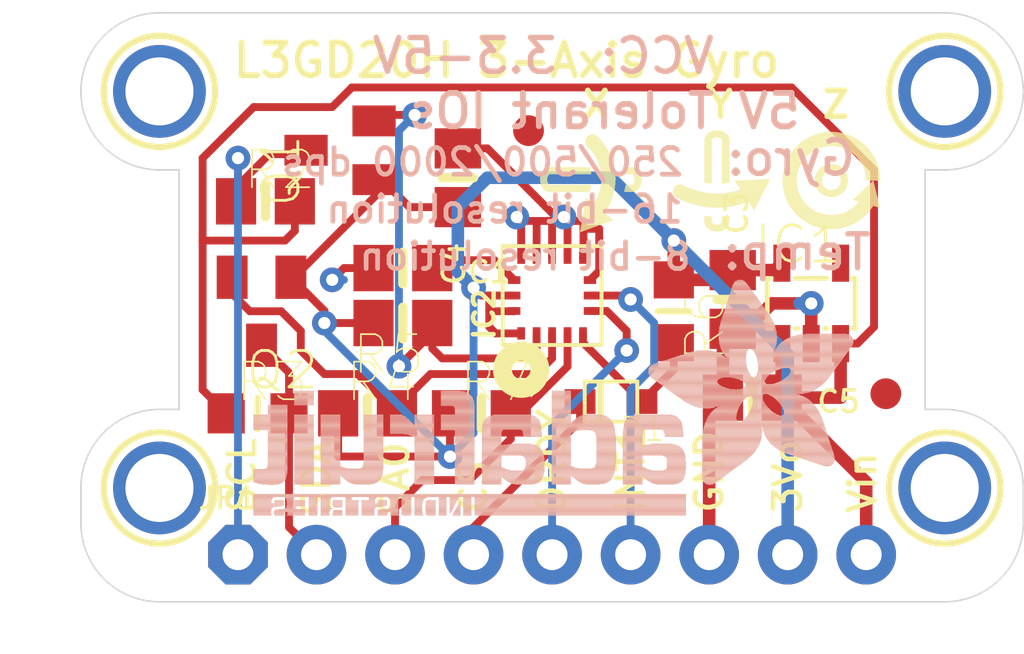
<source format=kicad_pcb>
(kicad_pcb (version 20211014) (generator pcbnew)
  (layers (0 "F.Cu" signal) (31 "B.Cu" signal) (34 "B.Paste" user) (35 "F.Paste" user) (36 "B.SilkS" user "B.Silkscreen") (37 "F.SilkS" user "F.Silkscreen") (38 "B.Mask" user) (39 "F.Mask" user) (44 "Edge.Cuts" user))
  (net 0 "")
  (net 1 "N$3")
  (net 2 "GND")
  (net 3 "SDO/SAO")
  (net 4 "INT1")
  (net 5 "DRDY/INT2")
  (net 6 "+3V3")
  (net 7 "+5V")
  (net 8 "SDA/SDI/SDO_3.3V")
  (net 9 "SCL/SPC_3.3V")
  (net 10 "CS_3.3V")
  (net 11 "SCL/SPC_5.0V")
  (net 12 "SDA/SDI/SDO_5.0V")
  (net 13 "CS_5.0V")
  (footprint "boardEagle:0805-NO" (layer "F.Cu") (at 143.6751 105.5116 180)
    (fp_text reference "R5" (at -0.762 -1.016) (layer "F.SilkS") (effects (font (size 1.21668 1.21668) (thickness 0.05332)) (justify right)))
    (fp_text value "10K")
    (pad "1" smd rect (at -0.95 0 180) (size 1.3 1.5) (layers "F.Cu" "F.Paste" "F.Mask") (net 9 "SCL/SPC_3.3V"))
    (pad "2" smd rect (at 0.95 0 180) (size 1.3 1.5) (layers "F.Cu" "F.Paste" "F.Mask") (net 6 "+3V3"))
  )
  (footprint "boardEagle:FIDUCIAL_1MM" (layer "F.Cu") (at 159.2961 107.7976)
    (fp_text reference "U$16" hide)
    (fp_text value "FIDUCIAL" hide)
    (pad "1" smd roundrect (at 0 0) (size 1 1) (layers "F.Cu") (roundrect_rratio 0.5))
  )
  (footprint "boardEagle:MOUNTINGHOLE_2.0_PLATED" (layer "F.Cu") (at 135.8011 98.0186)
    (fp_text reference "U$12" hide)
    (fp_text value "MOUNTINGHOLE2.0" hide)
    (pad "P$1" thru_hole circle (at 0 0) (size 3 3) (drill 2.2) (layers *.Cu *.Mask))
  )
  (footprint "boardEagle:MOUNTINGHOLE_2.0_PLATED" (layer "F.Cu") (at 161.2011 98.0186)
    (fp_text reference "U$11" hide)
    (fp_text value "MOUNTINGHOLE2.0" hide)
    (pad "P$1" thru_hole circle (at 0 0) (size 3 3) (drill 2.2) (layers *.Cu *.Mask))
  )
  (footprint "boardEagle:_0805MP" (layer "F.Cu") (at 138.9761 108.4326)
    (fp_text reference "R3" (at -0.762 -1.016) (layer "F.SilkS") (effects (font (size 1.21668 1.21668) (thickness 0.05332)) (justify left)))
    (fp_text value "10K")
    (pad "1" smd rect (at -1.016 0) (size 1.2 1.3) (layers "F.Cu" "F.Paste" "F.Mask") (net 7 "+5V"))
    (pad "2" smd rect (at 1.016 0) (size 1.2 1.3) (layers "F.Cu" "F.Paste" "F.Mask") (net 12 "SDA/SDI/SDO_5.0V"))
  )
  (footprint "boardEagle:FIDUCIAL_1MM" (layer "F.Cu") (at 147.7391 99.2886)
    (fp_text reference "U$15" hide)
    (fp_text value "FIDUCIAL" hide)
    (pad "1" smd roundrect (at 0 0) (size 1 1) (layers "F.Cu") (roundrect_rratio 0.5))
  )
  (footprint "boardEagle:SOT23" (layer "F.Cu") (at 141.6431 99.9236 90)
    (fp_text reference "Q1" (at -1.905 -1.905 90) (layer "F.SilkS") (effects (font (size 1.176528 1.176528) (thickness 0.093472)) (justify left)))
    (fp_text value "BSS138")
    (pad "1" smd rect (at -0.95 1.1 90) (size 1 1.4) (layers "F.Cu" "F.Paste" "F.Mask") (net 6 "+3V3"))
    (pad "2" smd rect (at 0.95 1.1 90) (size 1 1.4) (layers "F.Cu" "F.Paste" "F.Mask") (net 9 "SCL/SPC_3.3V"))
    (pad "3" smd rect (at 0 -1.1 90) (size 1 1.4) (layers "F.Cu" "F.Paste" "F.Mask") (net 11 "SCL/SPC_5.0V"))
  )
  (footprint "boardEagle:0805-NO" (layer "F.Cu") (at 146.2151 108.4326)
    (fp_text reference "R7" (at -0.762 -1.016) (layer "F.SilkS") (effects (font (size 1.21668 1.21668) (thickness 0.05332)) (justify left)))
    (fp_text value "10K")
    (pad "1" smd rect (at -0.95 0) (size 1.3 1.5) (layers "F.Cu" "F.Paste" "F.Mask") (net 6 "+3V3"))
    (pad "2" smd rect (at 0.95 0) (size 1.3 1.5) (layers "F.Cu" "F.Paste" "F.Mask") (net 3 "SDO/SAO"))
  )
  (footprint "boardEagle:SYMBOL_GYROXYZ_10MM" (layer "F.Cu") (at 148.8821 102.5906)
    (fp_text reference "U$3" hide)
    (fp_text value "" hide)
  )
  (footprint "boardEagle:1X09_ROUND_76" (layer "F.Cu") (at 148.5011 113.0046)
    (fp_text reference "JP1" (at -11.5062 -1.8288) (layer "F.SilkS") (effects (font (size 0.692831 0.692831) (thickness 0.119969)) (justify left)))
    (fp_text value "")
    (pad "1" thru_hole roundrect (at -10.16 0 90) (size 1.9304 1.9304) (drill 1) (layers *.Cu *.Mask) (chamfer_ratio 0.2928932188) (chamfer top_left top_right bottom_left bottom_right) (net 11 "SCL/SPC_5.0V"))
    (pad "2" thru_hole circle (at -7.62 0 90) (size 1.9304 1.9304) (drill 1) (layers *.Cu *.Mask) (net 12 "SDA/SDI/SDO_5.0V"))
    (pad "3" thru_hole circle (at -5.08 0 90) (size 1.9304 1.9304) (drill 1) (layers *.Cu *.Mask) (net 3 "SDO/SAO"))
    (pad "4" thru_hole circle (at -2.54 0 90) (size 1.9304 1.9304) (drill 1) (layers *.Cu *.Mask) (net 13 "CS_5.0V"))
    (pad "5" thru_hole circle (at 0 0 90) (size 1.9304 1.9304) (drill 1) (layers *.Cu *.Mask) (net 5 "DRDY/INT2"))
    (pad "6" thru_hole circle (at 2.54 0 90) (size 1.9304 1.9304) (drill 1) (layers *.Cu *.Mask) (net 4 "INT1"))
    (pad "7" thru_hole circle (at 5.08 0 90) (size 1.9304 1.9304) (drill 1) (layers *.Cu *.Mask) (net 2 "GND"))
    (pad "8" thru_hole circle (at 7.62 0 90) (size 1.9304 1.9304) (drill 1) (layers *.Cu *.Mask) (net 6 "+3V3"))
    (pad "9" thru_hole circle (at 10.16 0 90) (size 1.9304 1.9304) (drill 1) (layers *.Cu *.Mask) (net 7 "+5V"))
  )
  (footprint "boardEagle:MOUNTINGHOLE_2.0_PLATED" (layer "F.Cu") (at 161.2011 110.8456)
    (fp_text reference "U$14" hide)
    (fp_text value "MOUNTINGHOLE2.0" hide)
    (pad "P$1" thru_hole circle (at 0 0) (size 3 3) (drill 2.2) (layers *.Cu *.Mask))
  )
  (footprint "boardEagle:0805-NO" (layer "F.Cu") (at 139.2301 101.5746)
    (fp_text reference "R2" (at -0.762 -1.016) (layer "F.SilkS") (effects (font (size 1.21668 1.21668) (thickness 0.05332)) (justify left)))
    (fp_text value "10K")
    (pad "1" smd rect (at -0.95 0) (size 1.3 1.5) (layers "F.Cu" "F.Paste" "F.Mask") (net 11 "SCL/SPC_5.0V"))
    (pad "2" smd rect (at 0.95 0) (size 1.3 1.5) (layers "F.Cu" "F.Paste" "F.Mask") (net 7 "+5V"))
  )
  (footprint "boardEagle:SOD-323F" (layer "F.Cu") (at 150.4061 108.0516 180)
    (fp_text reference "D1" (at -1.8 -0.9) (layer "F.SilkS") (effects (font (size 0.752978 0.752978) (thickness 0.059822)) (justify right)))
    (fp_text value "1N4148")
    (pad "A" smd rect (at -1 0 180) (size 1 0.8) (layers "F.Cu" "F.Paste" "F.Mask") (net 10 "CS_3.3V"))
    (pad "C" smd rect (at 1 0 180) (size 1 0.8) (layers "F.Cu" "F.Paste" "F.Mask") (net 13 "CS_5.0V"))
  )
  (footprint "boardEagle:0805-NO" (layer "F.Cu") (at 154.9781 107.9246)
    (fp_text reference "C5" (at 2.032 0.127) (layer "F.SilkS") (effects (font (size 0.692831 0.692831) (thickness 0.119969)) (justify left)))
    (fp_text value "10uF")
    (pad "1" smd rect (at -0.95 0) (size 1.3 1.5) (layers "F.Cu" "F.Paste" "F.Mask") (net 2 "GND"))
    (pad "2" smd rect (at 0.95 0) (size 1.3 1.5) (layers "F.Cu" "F.Paste" "F.Mask") (net 7 "+5V"))
  )
  (footprint "boardEagle:SOT23" (layer "F.Cu") (at 139.1031 105.1306 180)
    (fp_text reference "Q2" (at -1.905 -1.905) (layer "F.SilkS") (effects (font (size 1.176528 1.176528) (thickness 0.093472)) (justify right)))
    (fp_text value "BSS138")
    (pad "1" smd rect (at -0.95 1.1 180) (size 1 1.4) (layers "F.Cu" "F.Paste" "F.Mask") (net 6 "+3V3"))
    (pad "2" smd rect (at 0.95 1.1 180) (size 1 1.4) (layers "F.Cu" "F.Paste" "F.Mask") (net 8 "SDA/SDI/SDO_3.3V"))
    (pad "3" smd rect (at 0 -1.1 180) (size 1 1.4) (layers "F.Cu" "F.Paste" "F.Mask") (net 12 "SDA/SDI/SDO_5.0V"))
  )
  (footprint "boardEagle:MOUNTINGHOLE_2.0_PLATED" (layer "F.Cu") (at 135.8011 110.8456)
    (fp_text reference "U$13" hide)
    (fp_text value "MOUNTINGHOLE2.0" hide)
    (pad "P$1" thru_hole circle (at 0 0) (size 3 3) (drill 2.2) (layers *.Cu *.Mask))
  )
  (footprint "boardEagle:SOT23-5L" (layer "F.Cu") (at 156.8831 104.8766)
    (fp_text reference "IC1" (at -1.905 -1.905) (layer "F.SilkS") (effects (font (size 1.176528 1.176528) (thickness 0.093472)) (justify left)))
    (fp_text value "MIC5225-3.3")
    (pad "1" smd rect (at -0.95 1.3) (size 0.55 1.2) (layers "F.Cu" "F.Paste" "F.Mask") (net 7 "+5V"))
    (pad "2" smd rect (at 0 1.3) (size 0.55 1.2) (layers "F.Cu" "F.Paste" "F.Mask") (net 2 "GND"))
    (pad "3" smd rect (at 0.95 1.3) (size 0.55 1.2) (layers "F.Cu" "F.Paste" "F.Mask") (net 7 "+5V"))
    (pad "4" smd rect (at 0.95 -1.3) (size 0.55 1.2) (layers "F.Cu" "F.Paste" "F.Mask"))
    (pad "5" smd rect (at -0.95 -1.3) (size 0.55 1.2) (layers "F.Cu" "F.Paste" "F.Mask") (net 6 "+3V3"))
  )
  (footprint "boardEagle:0805-NO" (layer "F.Cu") (at 154.3431 104.7496 90)
    (fp_text reference "C3" (at 2.032 0.127 90) (layer "F.SilkS") (effects (font (size 0.692831 0.692831) (thickness 0.119969)) (justify left)))
    (fp_text value "10uF")
    (pad "1" smd rect (at -0.95 0 90) (size 1.3 1.5) (layers "F.Cu" "F.Paste" "F.Mask") (net 2 "GND"))
    (pad "2" smd rect (at 0.95 0 90) (size 1.3 1.5) (layers "F.Cu" "F.Paste" "F.Mask") (net 6 "+3V3"))
  )
  (footprint "boardEagle:_0805MP" (layer "F.Cu") (at 152.4381 105.1306 -90)
    (fp_text reference "R6" (at -0.762 -1.016 90) (layer "F.SilkS") (effects (font (size 1.21668 1.21668) (thickness 0.05332)) (justify right)))
    (fp_text value "10K")
    (pad "1" smd rect (at -1.016 0 270) (size 1.2 1.3) (layers "F.Cu" "F.Paste" "F.Mask") (net 6 "+3V3"))
    (pad "2" smd rect (at 1.016 0 270) (size 1.2 1.3) (layers "F.Cu" "F.Paste" "F.Mask") (net 10 "CS_3.3V"))
  )
  (footprint "boardEagle:0805-NO" (layer "F.Cu") (at 145.4531 100.8126 -90)
    (fp_text reference "C4" (at 2.032 0.127 90) (layer "F.SilkS") (effects (font (size 0.692831 0.692831) (thickness 0.119969)) (justify right)))
    (fp_text value "0.1uF")
    (pad "1" smd rect (at -0.95 0 270) (size 1.3 1.5) (layers "F.Cu" "F.Paste" "F.Mask") (net 2 "GND"))
    (pad "2" smd rect (at 0.95 0 270) (size 1.3 1.5) (layers "F.Cu" "F.Paste" "F.Mask") (net 6 "+3V3"))
  )
  (footprint "boardEagle:L3GD20H_LGA16L" (layer "F.Cu") (at 148.5011 104.6226 90)
    (fp_text reference "IC2" (at -1.505 -1.803 90) (layer "F.SilkS") (effects (font (size 0.666496 0.666496) (thickness 0.146304)) (justify left bottom)))
    (fp_text value "LGD20H")
    (pad "1" smd rect (at -1.225 -1 90) (size 0.4 0.25) (layers "F.Cu" "F.Paste" "F.Mask") (net 6 "+3V3"))
    (pad "2" smd rect (at -1.225 -0.5 90) (size 0.4 0.25) (layers "F.Cu" "F.Paste" "F.Mask") (net 9 "SCL/SPC_3.3V"))
    (pad "3" smd rect (at -1.225 0 90) (size 0.4 0.25) (layers "F.Cu" "F.Paste" "F.Mask") (net 8 "SDA/SDI/SDO_3.3V"))
    (pad "4" smd rect (at -1.225 0.5 90) (size 0.4 0.25) (layers "F.Cu" "F.Paste" "F.Mask") (net 3 "SDO/SAO"))
    (pad "5" smd rect (at -1.225 1 90) (size 0.4 0.25) (layers "F.Cu" "F.Paste" "F.Mask") (net 10 "CS_3.3V"))
    (pad "6" smd rect (at -0.5 1.225 180) (size 0.4 0.25) (layers "F.Cu" "F.Paste" "F.Mask") (net 5 "DRDY/INT2"))
    (pad "7" smd rect (at 0 1.225 180) (size 0.4 0.25) (layers "F.Cu" "F.Paste" "F.Mask") (net 4 "INT1"))
    (pad "8" smd rect (at 0.5 1.225 180) (size 0.4 0.25) (layers "F.Cu" "F.Paste" "F.Mask") (net 2 "GND"))
    (pad "9" smd rect (at 1.225 1 270) (size 0.4 0.25) (layers "F.Cu" "F.Paste" "F.Mask") (net 2 "GND"))
    (pad "10" smd rect (at 1.225 0.5 270) (size 0.4 0.25) (layers "F.Cu" "F.Paste" "F.Mask") (net 2 "GND"))
    (pad "11" smd rect (at 1.225 0 270) (size 0.4 0.25) (layers "F.Cu" "F.Paste" "F.Mask") (net 2 "GND"))
    (pad "12" smd rect (at 1.225 -0.5 270) (size 0.4 0.25) (layers "F.Cu" "F.Paste" "F.Mask") (net 2 "GND"))
    (pad "13" smd rect (at 1.225 -1 270) (size 0.4 0.25) (layers "F.Cu" "F.Paste" "F.Mask") (net 2 "GND"))
    (pad "14" smd rect (at 0.5 -1.225) (size 0.4 0.25) (layers "F.Cu" "F.Paste" "F.Mask") (net 1 "N$3"))
    (pad "15" smd rect (at 0 -1.225) (size 0.4 0.25) (layers "F.Cu" "F.Paste" "F.Mask") (net 6 "+3V3"))
    (pad "16" smd rect (at -0.5 -1.225) (size 0.4 0.25) (layers "F.Cu" "F.Paste" "F.Mask") (net 6 "+3V3"))
  )
  (footprint "boardEagle:0805-NO" (layer "F.Cu") (at 142.5321 108.4326)
    (fp_text reference "R4" (at -0.762 -1.016) (layer "F.SilkS") (effects (font (size 1.21668 1.21668) (thickness 0.05332)) (justify left)))
    (fp_text value "10K")
    (pad "1" smd rect (at -0.95 0) (size 1.3 1.5) (layers "F.Cu" "F.Paste" "F.Mask") (net 6 "+3V3"))
    (pad "2" smd rect (at 0.95 0) (size 1.3 1.5) (layers "F.Cu" "F.Paste" "F.Mask") (net 8 "SDA/SDI/SDO_3.3V"))
  )
  (footprint "boardEagle:0805-NO" (layer "F.Cu") (at 143.6751 103.7336)
    (fp_text reference "C1" (at 2.032 0.127) (layer "F.SilkS") (effects (font (size 0.692831 0.692831) (thickness 0.119969)) (justify left)))
    (fp_text value "0.1uF")
    (pad "1" smd rect (at -0.95 0) (size 1.3 1.5) (layers "F.Cu" "F.Paste" "F.Mask") (net 2 "GND"))
    (pad "2" smd rect (at 0.95 0) (size 1.3 1.5) (layers "F.Cu" "F.Paste" "F.Mask") (net 1 "N$3"))
  )
  (footprint "boardEagle:ADAFRUIT_TEXT_20MM" (layer "B.Cu") (at 158.4071 111.7346 180)
    (fp_text reference "U$10" hide)
    (fp_text value "" hide)
  )
  (gr_line (start 136.4361 100.5586) (end 135.8011 100.5586) (layer "Edge.Cuts") (width 0.05))
  (gr_arc (start 161.2011 95.4786) (mid 162.997151 96.222549) (end 163.7411 98.0186) (layer "Edge.Cuts") (width 0.05))
  (gr_arc (start 133.2611 98.0186) (mid 134.005049 96.222549) (end 135.8011 95.4786) (layer "Edge.Cuts") (width 0.05))
  (gr_arc (start 163.7411 98.0186) (mid 162.997151 99.814651) (end 161.2011 100.5586) (layer "Edge.Cuts") (width 0.05))
  (gr_line (start 161.2011 100.5586) (end 160.5661 100.5586) (layer "Edge.Cuts") (width 0.05))
  (gr_line (start 136.4361 108.3056) (end 136.4361 100.5586) (layer "Edge.Cuts") (width 0.05))
  (gr_arc (start 133.2611 110.8456) (mid 134.005049 109.049549) (end 135.8011 108.3056) (layer "Edge.Cuts") (width 0.05))
  (gr_line (start 133.2611 111.9886) (end 133.2611 110.8456) (layer "Edge.Cuts") (width 0.05))
  (gr_line (start 161.2011 114.5286) (end 135.8011 114.5286) (layer "Edge.Cuts") (width 0.05))
  (gr_arc (start 163.7411 111.9886) (mid 162.997151 113.784651) (end 161.2011 114.5286) (layer "Edge.Cuts") (width 0.05))
  (gr_line (start 135.8011 108.3056) (end 136.4361 108.3056) (layer "Edge.Cuts") (width 0.05))
  (gr_arc (start 161.2011 108.3056) (mid 162.997151 109.049549) (end 163.7411 110.8456) (layer "Edge.Cuts") (width 0.05))
  (gr_line (start 163.7411 110.8456) (end 163.7411 111.9886) (layer "Edge.Cuts") (width 0.05))
  (gr_line (start 160.5661 100.5586) (end 160.5661 108.3056) (layer "Edge.Cuts") (width 0.05))
  (gr_arc (start 135.8011 100.5586) (mid 134.005049 99.814651) (end 133.2611 98.0186) (layer "Edge.Cuts") (width 0.05))
  (gr_line (start 135.8011 95.4786) (end 161.2011 95.4786) (layer "Edge.Cuts") (width 0.05))
  (gr_arc (start 135.8011 114.5286) (mid 134.005049 113.784651) (end 133.2611 111.9886) (layer "Edge.Cuts") (width 0.05))
  (gr_line (start 160.5661 108.3056) (end 161.2011 108.3056) (layer "Edge.Cuts") (width 0.05))
  (gr_text "8-bit resolution" (at 153.0731 103.8606) (layer "B.SilkS") (effects (font (size 0.8636 0.8636) (thickness 0.1524)) (justify left bottom mirror)))
  (gr_text "Gyro:" (at 158.4071 100.8126) (layer "B.SilkS") (effects (font (size 1.0922 1.0922) (thickness 0.1778)) (justify left bottom mirror)))
  (gr_text "3.3-5V" (at 148.7551 97.5106) (layer "B.SilkS") (effects (font (size 1.0922 1.0922) (thickness 0.1778)) (justify left bottom mirror)))
  (gr_text "250/500/2000 dps" (at 152.8191 100.8126) (layer "B.SilkS") (effects (font (size 0.8636 0.8636) (thickness 0.1524)) (justify left bottom mirror)))
  (gr_text "Temp:" (at 158.9151 103.8606) (layer "B.SilkS") (effects (font (size 1.0922 1.0922) (thickness 0.1778)) (justify left bottom mirror)))
  (gr_text "16-bit resolution" (at 152.8191 102.3366) (layer "B.SilkS") (effects (font (size 0.8636 0.8636) (thickness 0.1524)) (justify left bottom mirror)))
  (gr_text "5V Tolerant IOs" (at 156.6291 99.2886) (layer "B.SilkS") (effects (font (size 1.0795 1.0795) (thickness 0.1905)) (justify left bottom mirror)))
  (gr_text "VCC:" (at 153.8351 97.5106) (layer "B.SilkS") (effects (font (size 1.0922 1.0922) (thickness 0.1778)) (justify left bottom mirror)))
  (gr_text "X" (at 149.4155 98.933) (layer "F.SilkS") (effects (font (size 0.83312 0.83312) (thickness 0.18288)) (justify left bottom)))
  (gr_text "Y" (at 153.4795 98.933) (layer "F.SilkS") (effects (font (size 0.83312 0.83312) (thickness 0.18288)) (justify left bottom)))
  (gr_text "3Vo" (at 156.6291 111.7346 90) (layer "F.SilkS") (effects (font (size 0.8636 0.8636) (thickness 0.1524)) (justify left bottom)))
  (gr_text "SCL" (at 138.9761 111.7346 90) (layer "F.SilkS") (effects (font (size 0.8636 0.8636) (thickness 0.1524)) (justify left bottom)))
  (gr_text "INT1" (at 151.5491 111.7346 90) (layer "F.SilkS") (effects (font (size 0.8636 0.8636) (thickness 0.1524)) (justify left bottom)))
  (gr_text "SA0" (at 143.9291 111.8616 90) (layer "F.SilkS") (effects (font (size 0.8636 0.8636) (thickness 0.1524)) (justify left bottom)))
  (gr_text "Vin" (at 159.0421 111.7346 90) (layer "F.SilkS") (effects (font (size 0.8636 0.8636) (thickness 0.1524)) (justify left bottom)))
  (gr_text "L3GD20H 3-Axis Gyro" (at 138.0871 97.6376) (layer "F.SilkS") (effects (font (size 1.05791 1.05791) (thickness 0.18669)) (justify left bottom)))
  (gr_text "GND" (at 154.0891 111.7346 90) (layer "F.SilkS") (effects (font (size 0.8636 0.8636) (thickness 0.1524)) (justify left bottom)))
  (gr_text "DRDY" (at 149.0091 111.7346 90) (layer "F.SilkS") (effects (font (size 0.8636 0.8636) (thickness 0.1524)) (justify left bottom)))
  (gr_text "Z" (at 157.1625 98.933) (layer "F.SilkS") (effects (font (size 0.83312 0.83312) (thickness 0.18288)) (justify left bottom)))
  (gr_text "SDA" (at 141.3891 111.8616 90) (layer "F.SilkS") (effects (font (size 0.8636 0.8636) (thickness 0.1524)) (justify left bottom)))
  (gr_text "CS" (at 146.4691 111.7346 90) (layer "F.SilkS") (effects (font (size 0.8636 0.8636) (thickness 0.1524)) (justify left bottom)))
  (segment (start 144.8791 103.4796) (end 144.6251 103.7336) (width 0.254) (layer "F.Cu") (net 1))
  (segment (start 146.6331 103.4796) (end 144.8791 103.4796) (width 0.254) (layer "F.Cu") (net 1))
  (segment (start 147.2761 104.1226) (end 146.6331 103.4796) (width 0.254) (layer "F.Cu") (net 1))
  (segment (start 147.5011 102.2096) (end 148.0011 102.2096) (width 0.254) (layer "F.Cu") (net 2))
  (segment (start 153.5811 108.3716) (end 153.5811 113.0046) (width 0.4064) (layer "F.Cu") (net 2))
  (segment (start 148.0011 103.3976) (end 148.0011 102.2096) (width 0.254) (layer "F.Cu") (net 2))
  (segment (start 146.4081 99.8626) (end 148.7551 102.2096) (width 0.254) (layer "F.Cu") (net 2))
  (segment (start 149.7261 104.1226) (end 150.0251 103.8236) (width 0.254) (layer "F.Cu") (net 2))
  (segment (start 149.0011 103.3976) (end 149.0011 102.2096) (width 0.254) (layer "F.Cu") (net 2))
  (segment (start 149.5171 103.3976) (end 149.5011 103.3976) (width 0.254) (layer "F.Cu") (net 2))
  (segment (start 154.7901 105.6996) (end 155.6131 104.8766) (width 0.4064) (layer "F.Cu") (net 2))
  (segment (start 145.4531 99.8626) (end 146.4081 99.8626) (width 0.254) (layer "F.Cu") (net 2))
  (segment (start 154.3431 105.6996) (end 154.0281 106.0146) (width 0.4064) (layer "F.Cu") (net 2))
  (segment (start 148.5011 102.2096) (end 148.7551 102.2096) (width 0.254) (layer "F.Cu") (net 2))
  (segment (start 150.0251 102.4636) (end 149.5171 102.4636) (width 0.254) (layer "F.Cu") (net 2))
  (segment (start 154.0281 107.9246) (end 153.5811 108.3716) (width 0.4064) (layer "F.Cu") (net 2))
  (segment (start 147.5011 103.3976) (end 147.5011 102.2096) (width 0.254) (layer "F.Cu") (net 2))
  (segment (start 142.7251 103.7336) (end 141.7701 103.7336) (width 0.254) (layer "F.Cu") (net 2))
  (segment (start 155.6131 104.8766) (end 156.8831 104.8766) (width 0.4064) (layer "F.Cu") (net 2))
  (segment (start 148.7551 102.2096) (end 149.0011 102.2096) (width 0.254) (layer "F.Cu") (net 2))
  (segment (start 149.5171 102.4636) (end 149.5171 103.3976) (width 0.254) (layer "F.Cu") (net 2))
  (segment (start 150.0251 103.8236) (end 150.0251 102.4636) (width 0.254) (layer "F.Cu") (net 2))
  (segment (start 148.5011 103.3976) (end 148.5011 102.2096) (width 0.254) (layer "F.Cu") (net 2))
  (segment (start 156.8831 106.1766) (end 156.8831 104.8766) (width 0.4064) (layer "F.Cu") (net 2))
  (segment (start 149.0011 102.2096) (end 149.5171 102.2096) (width 0.254) (layer "F.Cu") (net 2))
  (segment (start 149.5171 102.2096) (end 149.5171 102.4636) (width 0.254) (layer "F.Cu") (net 2))
  (segment (start 141.7701 103.7336) (end 141.3891 104.1146) (width 0.254) (layer "F.Cu") (net 2))
  (segment (start 148.0011 102.2096) (end 148.5011 102.2096) (width 0.254) (layer "F.Cu") (net 2))
  (segment (start 154.0281 106.0146) (end 154.0281 107.9246) (width 0.4064) (layer "F.Cu") (net 2))
  (segment (start 154.3431 105.6996) (end 154.7901 105.6996) (width 0.4064) (layer "F.Cu") (net 2))
  (via (at 141.3891 104.1146) (size 0.8001) (drill 0.3937) (layers "F.Cu" "B.Cu") (net 2))
  (via (at 147.3581 102.0826) (size 0.8001) (drill 0.3937) (layers "F.Cu" "B.Cu") (net 2))
  (via (at 156.8831 104.8766) (size 0.8001) (drill 0.3937) (layers "F.Cu" "B.Cu") (net 2))
  (via (at 148.8821 102.0826) (size 0.8001) (drill 0.3937) (layers "F.Cu" "B.Cu") (net 2))
  (segment (start 141.3891 104.1146) (end 141.7701 104.1146) (width 0.254) (layer "B.Cu") (net 2))
  (segment (start 156.8831 104.8766) (end 156.5021 104.8766) (width 0.4064) (layer "B.Cu") (net 2))
  (segment (start 143.4211 111.4806) (end 143.4211 113.0046) (width 0.254) (layer "F.Cu") (net 3))
  (segment (start 147.1651 108.4326) (end 147.1651 109.2606) (width 0.254) (layer "F.Cu") (net 3))
  (segment (start 144.3101 110.5916) (end 143.4211 111.4806) (width 0.254) (layer "F.Cu") (net 3))
  (segment (start 147.1651 109.2606) (end 145.8341 110.5916) (width 0.254) (layer "F.Cu") (net 3))
  (segment (start 145.8341 110.5916) (end 144.3101 110.5916) (width 0.254) (layer "F.Cu") (net 3))
  (segment (start 149.0011 106.9166) (end 147.4191 108.4986) (width 0.254) (layer "F.Cu") (net 3))
  (segment (start 149.0011 105.8476) (end 149.0011 106.9166) (width 0.254) (layer "F.Cu") (net 3))
  (segment (start 147.3531 108.4326) (end 147.1651 108.4326) (width 0.254) (layer "F.Cu") (net 3))
  (segment (start 147.4191 108.4986) (end 147.3531 108.4326) (width 0.254) (layer "F.Cu") (net 3))
  (segment (start 149.7261 104.6226) (end 150.9141 104.6226) (width 0.254) (layer "F.Cu") (net 4))
  (segment (start 150.9141 104.6226) (end 151.0411 104.7496) (width 0.254) (layer "F.Cu") (net 4))
  (via (at 151.0411 104.7496) (size 0.8001) (drill 0.3937) (layers "F.Cu" "B.Cu") (net 4))
  (segment (start 151.8031 105.5116) (end 151.8031 106.9086) (width 0.254) (layer "B.Cu") (net 4))
  (segment (start 151.0411 104.7496) (end 151.8031 105.5116) (width 0.254) (layer "B.Cu") (net 4))
  (segment (start 151.0411 107.6706) (end 151.0411 113.0046) (width 0.254) (layer "B.Cu") (net 4))
  (segment (start 151.8031 106.9086) (end 151.0411 107.6706) (width 0.254) (layer "B.Cu") (net 4))
  (segment (start 149.7261 105.1226) (end 150.2711 105.1226) (width 0.254) (layer "F.Cu") (net 5))
  (segment (start 150.2711 105.1226) (end 150.9141 105.7656) (width 0.254) (layer "F.Cu") (net 5))
  (segment (start 150.9141 105.7656) (end 150.9141 106.4006) (width 0.254) (layer "F.Cu") (net 5))
  (via (at 150.9141 106.4006) (size 0.8001) (drill 0.3937) (layers "F.Cu" "B.Cu") (net 5))
  (segment (start 150.9141 106.4006) (end 148.5011 108.8136) (width 0.254) (layer "B.Cu") (net 5))
  (segment (start 148.5011 108.8136) (end 148.5011 113.0046) (width 0.254) (layer "B.Cu") (net 5))
  (segment (start 143.156715 101.033216) (end 140.159331 104.0306) (width 0.254) (layer "F.Cu") (net 6))
  (segment (start 155.7101 103.7996) (end 154.3431 103.7996) (width 0.4064) (layer "F.Cu") (net 6))
  (segment (start 141.1351 105.1126) (end 141.1351 105.5116) (width 0.254) (layer "F.Cu") (net 6))
  (segment (start 154.0281 104.1146) (end 152.4381 104.1146) (width 0.4064) (layer "F.Cu") (net 6))
  (segment (start 147.2681 105.1306) (end 147.2761 105.1226) (width 0.254) (layer "F.Cu") (net 6))
  (segment (start 146.2151 104.6226) (end 145.9611 104.3686) (width 0.254) (layer "F.Cu") (net 6))
  (segment (start 143.156715 101.033216) (end 142.9971 100.8736) (width 0.254) (layer "F.Cu") (net 6))
  (segment (start 143.8861 101.7626) (end 145.4531 101.7626) (width 0.254) (layer "F.Cu") (net 6))
  (segment (start 143.156715 101.033216) (end 143.8861 101.7626) (width 0.254) (layer "F.Cu") (net 6))
  (segment (start 146.4691 104.6226) (end 146.2151 104.6226) (width 0.254) (layer "F.Cu") (net 6))
  (segment (start 146.4691 105.1306) (end 147.2681 105.1306) (width 0.254) (layer "F.Cu") (net 6))
  (segment (start 141.1351 105.5116) (end 142.7251 105.5116) (width 0.254) (layer "F.Cu") (net 6))
  (segment (start 147.5011 105.8476) (end 146.6781 105.8476) (width 0.254) (layer "F.Cu") (net 6))
  (segment (start 147.2761 104.6226) (end 146.4691 104.6226) (width 0.254) (layer "F.Cu") (net 6))
  (segment (start 146.6781 105.8476) (end 146.4691 105.6386) (width 0.254) (layer "F.Cu") (net 6))
  (segment (start 142.9971 100.8736) (end 142.7431 100.8736) (width 0.254) (layer "F.Cu") (net 6))
  (segment (start 141.5821 108.4326) (end 141.5821 109.8296) (width 0.254) (layer "F.Cu") (net 6))
  (segment (start 140.0531 104.0306) (end 141.1351 105.1126) (width 0.254) (layer "F.Cu") (net 6))
  (segment (start 140.159331 104.0306) (end 140.0531 104.0306) (width 0.254) (layer "F.Cu") (net 6))
  (segment (start 146.4691 104.6226) (end 146.4691 105.1306) (width 0.254) (layer "F.Cu") (net 6))
  (segment (start 146.4691 105.6386) (end 146.4691 105.1306) (width 0.254) (layer "F.Cu") (net 6))
  (segment (start 145.1991 108.4326) (end 145.1991 109.8296) (width 0.254) (layer "F.Cu") (net 6))
  (segment (start 154.3431 103.7996) (end 154.0281 104.1146) (width 0.4064) (layer "F.Cu") (net 6))
  (segment (start 145.2651 108.4326) (end 145.1991 108.4326) (width 0.254) (layer "F.Cu") (net 6))
  (segment (start 152.4381 104.1146) (end 152.4381 102.8446) (width 0.4064) (layer "F.Cu") (net 6))
  (segment (start 155.9331 103.5766) (end 155.7101 103.7996) (width 0.4064) (layer "F.Cu") (net 6))
  (segment (start 141.5821 109.8296) (end 145.1991 109.8296) (width 0.254) (layer "F.Cu") (net 6))
  (via (at 152.4381 102.8446) (size 0.8001) (drill 0.3937) (layers "F.Cu" "B.Cu") (net 6))
  (via (at 145.9611 104.3686) (size 0.8001) (drill 0.3937) (layers "F.Cu" "B.Cu") (net 6))
  (via (at 145.1991 109.8296) (size 0.8001) (drill 0.3937) (layers "F.Cu" "B.Cu") (net 6))
  (via (at 141.1351 105.5116) (size 0.8001) (drill 0.3937) (layers "F.Cu" "B.Cu") (net 6))
  (segment (start 141.1351 105.7656) (end 141.1351 105.5116) (width 0.254) (layer "B.Cu") (net 6))
  (segment (start 152.4381 102.8446) (end 150.4061 100.8126) (width 0.4064) (layer "B.Cu") (net 6))
  (segment (start 152.4381 102.8446) (end 156.1211 106.5276) (width 0.4064) (layer "B.Cu") (net 6))
  (segment (start 145.4531 103.8606) (end 145.9611 104.3686) (width 0.4064) (layer "B.Cu") (net 6))
  (segment (start 145.9611 109.0676) (end 145.1991 109.8296) (width 0.254) (layer "B.Cu") (net 6))
  (segment (start 141.1351 105.7656) (end 145.1991 109.8296) (width 0.254) (layer "B.Cu") (net 6))
  (segment (start 150.4061 100.8126) (end 146.4031 100.8126) (width 0.4064) (layer "B.Cu") (net 6))
  (segment (start 156.1211 106.5276) (end 156.1211 113.0046) (width 0.4064) (layer "B.Cu") (net 6))
  (segment (start 145.4531 101.7626) (end 145.4531 103.8606) (width 0.4064) (layer "B.Cu") (net 6))
  (segment (start 156.1211 112.1156) (end 156.1211 113.0046) (width 0.254) (layer "B.Cu") (net 6))
  (segment (start 145.9611 104.3686) (end 145.9611 109.0676) (width 0.254) (layer "B.Cu") (net 6))
  (segment (start 146.4031 100.8126) (end 145.4531 101.7626) (width 0.4064) (layer "B.Cu") (net 6))
  (segment (start 140.1801 102.5296) (end 139.8651 102.8446) (width 0.254) (layer "F.Cu") (net 7))
  (segment (start 157.8331 106.1766) (end 157.8331 107.9246) (width 0.4064) (layer "F.Cu") (net 7))
  (segment (start 155.9281 106.1816) (end 155.9281 107.9246) (width 0.4064) (layer "F.Cu") (net 7))
  (segment (start 158.3771 106.1766) (end 158.9151 105.6386) (width 0.254) (layer "F.Cu") (net 7))
  (segment (start 155.9281 107.9246) (end 158.6611 110.6576) (width 0.4064) (layer "F.Cu") (net 7))
  (segment (start 158.9151 105.6386) (end 158.9151 100.5586) (width 0.254) (layer "F.Cu") (net 7))
  (segment (start 137.1981 107.6706) (end 137.9601 108.4326) (width 0.254) (layer "F.Cu") (net 7))
  (segment (start 157.8331 107.9246) (end 155.9281 107.9246) (width 0.4064) (layer "F.Cu") (net 7))
  (segment (start 140.1801 101.5746) (end 140.1801 102.5296) (width 0.254) (layer "F.Cu") (net 7))
  (segment (start 139.8651 102.8446) (end 137.1981 102.8446) (width 0.254) (layer "F.Cu") (net 7))
  (segment (start 155.9331 106.1766) (end 155.9281 106.1816) (width 0.4064) (layer "F.Cu") (net 7))
  (segment (start 156.2481 97.8916) (end 142.0241 97.8916) (width 0.254) (layer "F.Cu") (net 7))
  (segment (start 142.0241 97.8916) (end 141.3891 98.5266) (width 0.254) (layer "F.Cu") (net 7))
  (segment (start 137.1981 100.1776) (end 137.1981 102.8446) (width 0.254) (layer "F.Cu") (net 7))
  (segment (start 158.9151 100.5586) (end 156.2481 97.8916) (width 0.254) (layer "F.Cu") (net 7))
  (segment (start 158.6611 110.6576) (end 158.6611 113.0046) (width 0.4064) (layer "F.Cu") (net 7))
  (segment (start 141.3891 98.5266) (end 138.8491 98.5266) (width 0.254) (layer "F.Cu") (net 7))
  (segment (start 138.8491 98.5266) (end 137.1981 100.1776) (width 0.254) (layer "F.Cu") (net 7))
  (segment (start 137.1981 102.8446) (end 137.1981 107.6706) (width 0.254) (layer "F.Cu") (net 7))
  (segment (start 157.8331 106.1766) (end 158.3771 106.1766) (width 0.254) (layer "F.Cu") (net 7))
  (segment (start 147.9931 107.1626) (end 144.5641 107.1626) (width 0.254) (layer "F.Cu") (net 8))
  (segment (start 143.4821 108.2446) (end 143.4821 108.4326) (width 0.254) (layer "F.Cu") (net 8))
  (segment (start 141.1351 107.1626) (end 140.3731 106.4006) (width 0.254) (layer "F.Cu") (net 8))
  (segment (start 148.5011 106.6546) (end 147.9931 107.1626) (width 0.254) (layer "F.Cu") (net 8))
  (segment (start 144.5641 107.1626) (end 143.4821 108.2446) (width 0.254) (layer "F.Cu") (net 8))
  (segment (start 140.3731 106.4006) (end 140.3731 105.7656) (width 0.254) (layer "F.Cu") (net 8))
  (segment (start 138.7221 105.1306) (end 138.1531 104.5616) (width 0.254) (layer "F.Cu") (net 8))
  (segment (start 142.2121 107.1626) (end 143.4821 108.4326) (width 0.254) (layer "F.Cu") (net 8))
  (segment (start 138.1531 104.5616) (end 138.1531 104.0306) (width 0.254) (layer "F.Cu") (net 8))
  (segment (start 139.7381 105.1306) (end 138.7221 105.1306) (width 0.254) (layer "F.Cu") (net 8))
  (segment (start 148.5011 105.8476) (end 148.5011 106.6546) (width 0.254) (layer "F.Cu") (net 8))
  (segment (start 140.3731 105.7656) (end 139.7381 105.1306) (width 0.254) (layer "F.Cu") (net 8))
  (segment (start 141.1351 107.1626) (end 142.2121 107.1626) (width 0.254) (layer "F.Cu") (net 8))
  (segment (start 144.6251 106.3346) (end 144.6251 105.5116) (width 0.254) (layer "F.Cu") (net 9))
  (segment (start 144.6251 105.8316) (end 143.5481 106.9086) (width 0.254) (layer "F.Cu") (net 9))
  (segment (start 147.7391 106.6546) (end 144.9451 106.6546) (width 0.254) (layer "F.Cu") (net 9))
  (segment (start 148.0011 106.3926) (end 147.7391 106.6546) (width 0.254) (layer "F.Cu") (net 9))
  (segment (start 142.9361 98.7806) (end 142.7431 98.9736) (width 0.254) (layer "F.Cu") (net 9))
  (segment (start 144.9451 106.6546) (end 144.6251 106.3346) (width 0.254) (layer "F.Cu") (net 9))
  (segment (start 144.0561 98.7806) (end 142.9361 98.7806) (width 0.254) (layer "F.Cu") (net 9))
  (segment (start 144.6251 105.5116) (end 144.6251 105.8316) (width 0.254) (layer "F.Cu") (net 9))
  (segment (start 148.0011 105.8476) (end 148.0011 106.3926) (width 0.254) (layer "F.Cu") (net 9))
  (via (at 143.5481 106.9086) (size 0.8001) (drill 0.3937) (layers "F.Cu" "B.Cu") (net 9))
  (via (at 144.0561 98.7806) (size 0.8001) (drill 0.3937) (layers "F.Cu" "B.Cu") (net 9))
  (segment (start 143.5481 106.9086) (end 143.5481 99.2886) (width 0.254) (layer "B.Cu") (net 9))
  (segment (start 143.5481 99.2886) (end 144.0561 98.7806) (width 0.254) (layer "B.Cu") (net 9))
  (segment (start 152.4381 106.1466) (end 152.4381 107.0196) (width 0.254) (layer "F.Cu") (net 10))
  (segment (start 149.5011 106.1466) (end 151.4061 108.0516) (width 0.254) (layer "F.Cu") (net 10))
  (segment (start 152.4381 107.0196) (end 151.4061 108.0516) (width 0.254) (layer "F.Cu") (net 10))
  (segment (start 149.5011 105.8476) (end 149.5011 106.1466) (width 0.254) (layer "F.Cu") (net 10))
  (segment (start 151.6761 107.7816) (end 151.4061 108.0516) (width 0.254) (layer "F.Cu") (net 10))
  (segment (start 138.2801 101.1276) (end 138.2801 101.5746) (width 0.254) (layer "F.Cu") (net 11))
  (segment (start 140.6701 100.0506) (end 140.5431 99.9236) (width 0.254) (layer "F.Cu") (net 11))
  (segment (start 138.2801 101.5746) (end 138.3411 101.5136) (width 0.254) (layer "F.Cu") (net 11))
  (segment (start 138.3411 101.5136) (end 138.3411 101.8946) (width 0.254) (layer "F.Cu") (net 11))
  (segment (start 139.3571 100.0506) (end 138.2801 101.1276) (width 0.254) (layer "F.Cu") (net 11))
  (segment (start 139.3571 100.0506) (end 140.6701 100.0506) (width 0.254) (layer "F.Cu") (net 11))
  (segment (start 138.3411 100.1776) (end 138.3411 101.5136) (width 0.254) (layer "F.Cu") (net 11))
  (via (at 138.3411 100.1776) (size 0.8001) (drill 0.3937) (layers "F.Cu" "B.Cu") (net 11))
  (segment (start 138.3411 113.0046) (end 138.3411 100.1776) (width 0.254) (layer "B.Cu") (net 11))
  (segment (start 139.9921 107.1196) (end 139.1031 106.2306) (width 0.254) (layer "F.Cu") (net 12))
  (segment (start 139.9921 108.4326) (end 139.9921 112.1156) (width 0.254) (layer "F.Cu") (net 12))
  (segment (start 139.9921 112.1156) (end 140.8811 113.0046) (width 0.254) (layer "F.Cu") (net 12))
  (segment (start 139.9921 108.4326) (end 139.9921 107.1196) (width 0.254) (layer "F.Cu") (net 12))
  (segment (start 149.4061 108.0516) (end 149.4061 108.6706) (width 0.254) (layer "F.Cu") (net 13))
  (segment (start 145.9611 112.1156) (end 145.9611 113.0046) (width 0.254) (layer "F.Cu") (net 13))
  (segment (start 149.4061 108.6706) (end 145.9611 112.1156) (width 0.254) (layer "F.Cu") (net 13))
)
</source>
